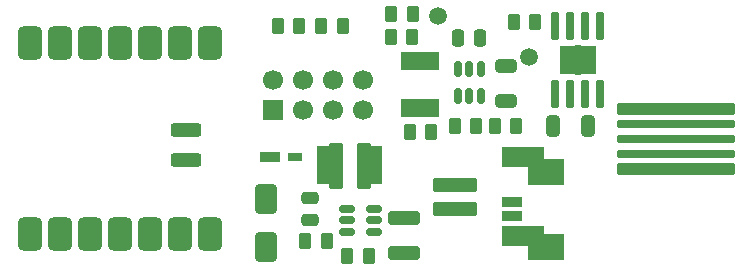
<source format=gbr>
%TF.GenerationSoftware,KiCad,Pcbnew,9.0.5*%
%TF.CreationDate,2025-10-19T11:10:53+01:00*%
%TF.ProjectId,loco-decoder-v1a,6c6f636f-2d64-4656-936f-6465722d7631,rev?*%
%TF.SameCoordinates,Original*%
%TF.FileFunction,Soldermask,Top*%
%TF.FilePolarity,Negative*%
%FSLAX46Y46*%
G04 Gerber Fmt 4.6, Leading zero omitted, Abs format (unit mm)*
G04 Created by KiCad (PCBNEW 9.0.5) date 2025-10-19 11:10:53*
%MOMM*%
%LPD*%
G01*
G04 APERTURE LIST*
G04 Aperture macros list*
%AMRoundRect*
0 Rectangle with rounded corners*
0 $1 Rounding radius*
0 $2 $3 $4 $5 $6 $7 $8 $9 X,Y pos of 4 corners*
0 Add a 4 corners polygon primitive as box body*
4,1,4,$2,$3,$4,$5,$6,$7,$8,$9,$2,$3,0*
0 Add four circle primitives for the rounded corners*
1,1,$1+$1,$2,$3*
1,1,$1+$1,$4,$5*
1,1,$1+$1,$6,$7*
1,1,$1+$1,$8,$9*
0 Add four rect primitives between the rounded corners*
20,1,$1+$1,$2,$3,$4,$5,0*
20,1,$1+$1,$4,$5,$6,$7,0*
20,1,$1+$1,$6,$7,$8,$9,0*
20,1,$1+$1,$8,$9,$2,$3,0*%
G04 Aperture macros list end*
%ADD10C,1.500000*%
%ADD11RoundRect,0.250000X0.262500X0.450000X-0.262500X0.450000X-0.262500X-0.450000X0.262500X-0.450000X0*%
%ADD12RoundRect,0.250000X-0.262500X-0.450000X0.262500X-0.450000X0.262500X0.450000X-0.262500X0.450000X0*%
%ADD13RoundRect,0.150000X-0.512500X-0.150000X0.512500X-0.150000X0.512500X0.150000X-0.512500X0.150000X0*%
%ADD14R,3.302000X1.500000*%
%ADD15RoundRect,0.525400X0.525400X-0.900400X0.525400X0.900400X-0.525400X0.900400X-0.525400X-0.900400X0*%
%ADD16RoundRect,0.300400X-1.000400X-0.300400X1.000400X-0.300400X1.000400X0.300400X-1.000400X0.300400X0*%
%ADD17RoundRect,0.156250X-4.843750X0.343750X-4.843750X-0.343750X4.843750X-0.343750X4.843750X0.343750X0*%
%ADD18RoundRect,0.093750X-4.906250X0.206250X-4.906250X-0.206250X4.906250X-0.206250X4.906250X0.206250X0*%
%ADD19R,3.100000X2.400000*%
%ADD20RoundRect,0.070000X-0.250000X1.100000X-0.250000X-1.100000X0.250000X-1.100000X0.250000X1.100000X0*%
%ADD21C,2.540000*%
%ADD22RoundRect,0.250000X-1.100000X0.325000X-1.100000X-0.325000X1.100000X-0.325000X1.100000X0.325000X0*%
%ADD23RoundRect,0.250000X-0.650000X1.000000X-0.650000X-1.000000X0.650000X-1.000000X0.650000X1.000000X0*%
%ADD24RoundRect,0.250000X-0.650000X0.325000X-0.650000X-0.325000X0.650000X-0.325000X0.650000X0.325000X0*%
%ADD25R,1.500000X3.302000*%
%ADD26RoundRect,0.250000X0.250000X0.475000X-0.250000X0.475000X-0.250000X-0.475000X0.250000X-0.475000X0*%
%ADD27RoundRect,0.150000X0.150000X-0.512500X0.150000X0.512500X-0.150000X0.512500X-0.150000X-0.512500X0*%
%ADD28R,1.700000X1.700000*%
%ADD29C,1.700000*%
%ADD30RoundRect,0.102000X0.490000X1.850000X-0.490000X1.850000X-0.490000X-1.850000X0.490000X-1.850000X0*%
%ADD31RoundRect,0.250000X-0.325000X-0.650000X0.325000X-0.650000X0.325000X0.650000X-0.325000X0.650000X0*%
%ADD32R,1.701800X0.812800*%
%ADD33R,3.098800X2.209800*%
%ADD34R,1.215800X0.711200*%
%ADD35R,1.749200X0.838200*%
%ADD36RoundRect,0.102000X-1.750000X0.500000X-1.750000X-0.500000X1.750000X-0.500000X1.750000X0.500000X0*%
%ADD37RoundRect,0.102000X-1.700000X0.750000X-1.700000X-0.750000X1.700000X-0.750000X1.700000X0.750000X0*%
%ADD38RoundRect,0.250000X0.475000X-0.250000X0.475000X0.250000X-0.475000X0.250000X-0.475000X-0.250000X0*%
G04 APERTURE END LIST*
D10*
%TO.C,FD2*%
X86983300Y-78820000D03*
%TD*%
D11*
%TO.C,R14*%
X101100000Y-81190000D03*
X102925000Y-81190000D03*
%TD*%
%TO.C,R4*%
X95212500Y-61730000D03*
X97037500Y-61730000D03*
%TD*%
D12*
%TO.C,R7*%
X117037500Y-61350000D03*
X115212500Y-61350000D03*
%TD*%
D13*
%TO.C,U4*%
X101117500Y-77200000D03*
X101117500Y-78150000D03*
X101117500Y-79100000D03*
X103392500Y-79100000D03*
X103392500Y-78150000D03*
X103392500Y-77200000D03*
%TD*%
D14*
%TO.C,L1*%
X107287500Y-64631450D03*
X107287500Y-68631450D03*
%TD*%
D12*
%TO.C,R11*%
X112037500Y-70150000D03*
X110212500Y-70150000D03*
%TD*%
D15*
%TO.C,U1*%
X74283300Y-79279000D03*
X76823300Y-79279000D03*
X79363300Y-79279000D03*
X81903300Y-79279000D03*
X84443300Y-79279000D03*
X86983300Y-79279000D03*
X89523300Y-79279000D03*
X89523300Y-63114000D03*
X86983300Y-63114000D03*
X84443300Y-63114000D03*
X81903300Y-63114000D03*
X79363300Y-63114000D03*
X76823300Y-63114000D03*
X74283300Y-63114000D03*
D16*
X87435000Y-73005400D03*
X87435000Y-70465400D03*
%TD*%
D17*
%TO.C,J1*%
X128950000Y-68710000D03*
D18*
X128950000Y-69980000D03*
X128950000Y-71250000D03*
X128950000Y-72520000D03*
D17*
X128950000Y-73790000D03*
%TD*%
D19*
%TO.C,U2*%
X120630000Y-64580000D03*
D20*
X122535000Y-61705000D03*
X121265000Y-61705000D03*
X119995000Y-61705000D03*
X118725000Y-61705000D03*
X118725000Y-67455000D03*
X119995000Y-67455000D03*
X121265000Y-67455000D03*
X122535000Y-67455000D03*
D21*
X120630000Y-64580000D03*
%TD*%
D11*
%TO.C,R2*%
X104852500Y-60700000D03*
X106677500Y-60700000D03*
%TD*%
D22*
%TO.C,C6*%
X105915000Y-77965000D03*
X105915000Y-80915000D03*
%TD*%
D23*
%TO.C,D3*%
X94250000Y-76375000D03*
X94250000Y-80375000D03*
%TD*%
D10*
%TO.C,TP2*%
X108775000Y-60890000D03*
%TD*%
D11*
%TO.C,R10*%
X106412500Y-70650000D03*
X108237500Y-70650000D03*
%TD*%
D24*
%TO.C,C5*%
X114580000Y-65090000D03*
X114580000Y-68040000D03*
%TD*%
D12*
%TO.C,R9*%
X115437500Y-70150000D03*
X113612500Y-70150000D03*
%TD*%
D25*
%TO.C,REF\u002A\u002A*%
X99325000Y-73450000D03*
X103325000Y-73450000D03*
%TD*%
D11*
%TO.C,R12*%
X104812500Y-62650000D03*
X106637500Y-62650000D03*
%TD*%
D26*
%TO.C,C4*%
X110490000Y-62695000D03*
X112390000Y-62695000D03*
%TD*%
D11*
%TO.C,R13*%
X97570000Y-79870000D03*
X99395000Y-79870000D03*
%TD*%
D27*
%TO.C,U3*%
X110500000Y-67635000D03*
X111450000Y-67635000D03*
X112400000Y-67635000D03*
X112400000Y-65360000D03*
X111450000Y-65360000D03*
X110500000Y-65360000D03*
%TD*%
D11*
%TO.C,R3*%
X98902500Y-61730000D03*
X100727500Y-61730000D03*
%TD*%
D28*
%TO.C,J4*%
X94865000Y-68815000D03*
D29*
X94865000Y-66275000D03*
X97405000Y-68815000D03*
X97405000Y-66275000D03*
X99945000Y-68815000D03*
X99945000Y-66275000D03*
X102485000Y-68815000D03*
X102485000Y-66275000D03*
%TD*%
D10*
%TO.C,FD1*%
X74283300Y-63570000D03*
%TD*%
D30*
%TO.C,L2*%
X102500000Y-73560000D03*
X100130000Y-73560000D03*
%TD*%
D31*
%TO.C,C2*%
X118520000Y-70200000D03*
X121470000Y-70200000D03*
%TD*%
D32*
%TO.C,J5*%
X115040500Y-77815000D03*
X115040500Y-76565000D03*
D33*
X117940499Y-74015000D03*
X117940499Y-80365000D03*
%TD*%
D10*
%TO.C,TP1*%
X116525000Y-64360000D03*
%TD*%
D34*
%TO.C,D2*%
X96692100Y-72750000D03*
D35*
X94574600Y-72750000D03*
%TD*%
D36*
%TO.C,J3*%
X110250000Y-77150000D03*
X110250000Y-75150000D03*
D37*
X116000000Y-79500000D03*
X116000000Y-72800000D03*
%TD*%
D38*
%TO.C,C7*%
X97962500Y-76230000D03*
X97962500Y-78130000D03*
%TD*%
M02*

</source>
